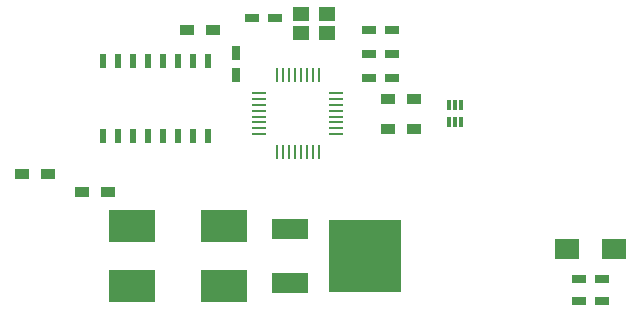
<source format=gbr>
G04 #@! TF.FileFunction,Paste,Top*
%FSLAX46Y46*%
G04 Gerber Fmt 4.6, Leading zero omitted, Abs format (unit mm)*
G04 Created by KiCad (PCBNEW 4.0.5+dfsg1-4) date Wed Jul 18 12:49:48 2018*
%MOMM*%
%LPD*%
G01*
G04 APERTURE LIST*
%ADD10C,0.100000*%
%ADD11R,1.400000X1.200000*%
%ADD12R,4.000500X2.700020*%
%ADD13R,0.750000X1.200000*%
%ADD14R,1.200000X0.750000*%
%ADD15R,2.000000X1.700000*%
%ADD16R,1.200000X0.900000*%
%ADD17R,3.048000X1.651000*%
%ADD18R,6.096000X6.096000*%
%ADD19R,0.300000X0.850000*%
%ADD20R,0.508000X1.143000*%
%ADD21R,1.200000X0.280000*%
%ADD22R,0.280000X1.200000*%
G04 APERTURE END LIST*
D10*
D11*
X163492000Y-94780000D03*
X165692000Y-94780000D03*
X165692000Y-93180000D03*
X163492000Y-93180000D03*
D12*
X149146260Y-111125000D03*
X156923740Y-111125000D03*
X149146260Y-116205000D03*
X156923740Y-116205000D03*
D13*
X157988000Y-98359000D03*
X157988000Y-96459000D03*
D14*
X169230000Y-96520000D03*
X171130000Y-96520000D03*
X161224000Y-93472000D03*
X159324000Y-93472000D03*
X169230000Y-98552000D03*
X171130000Y-98552000D03*
X171130000Y-94488000D03*
X169230000Y-94488000D03*
D15*
X185960000Y-113030000D03*
X189960000Y-113030000D03*
D16*
X142070000Y-106680000D03*
X139870000Y-106680000D03*
X147150000Y-108204000D03*
X144950000Y-108204000D03*
X156040000Y-94488000D03*
X153840000Y-94488000D03*
X173058000Y-102870000D03*
X170858000Y-102870000D03*
X173058000Y-100330000D03*
X170858000Y-100330000D03*
D17*
X162560000Y-111379000D03*
D18*
X168910000Y-113665000D03*
D17*
X162560000Y-115951000D03*
D19*
X176030000Y-100875000D03*
X176530000Y-100875000D03*
X177030000Y-100875000D03*
X177030000Y-102325000D03*
X176530000Y-102325000D03*
X176030000Y-102325000D03*
D14*
X188910000Y-117475000D03*
X187010000Y-117475000D03*
X188910000Y-115570000D03*
X187010000Y-115570000D03*
D20*
X155575000Y-103505000D03*
X153035000Y-103505000D03*
X151765000Y-103505000D03*
X150495000Y-103505000D03*
X149225000Y-103505000D03*
X147955000Y-103505000D03*
X146685000Y-103505000D03*
X146685000Y-97155000D03*
X147955000Y-97155000D03*
X149225000Y-97155000D03*
X150495000Y-97155000D03*
X151765000Y-97155000D03*
X153035000Y-97155000D03*
X154305000Y-97155000D03*
X155575000Y-97155000D03*
X154305000Y-103505000D03*
D21*
X159945000Y-99850000D03*
X159945000Y-100350000D03*
X159945000Y-100850000D03*
X159945000Y-101350000D03*
X159945000Y-101850000D03*
X159945000Y-102350000D03*
X159945000Y-102850000D03*
X159945000Y-103350000D03*
D22*
X161445000Y-104850000D03*
X161945000Y-104850000D03*
X162445000Y-104850000D03*
X162945000Y-104850000D03*
X163445000Y-104850000D03*
X163945000Y-104850000D03*
X164445000Y-104850000D03*
X164945000Y-104850000D03*
D21*
X166445000Y-103350000D03*
X166445000Y-102850000D03*
X166445000Y-102350000D03*
X166445000Y-101850000D03*
X166445000Y-101350000D03*
X166445000Y-100850000D03*
X166445000Y-100350000D03*
X166445000Y-99850000D03*
D22*
X164945000Y-98350000D03*
X164445000Y-98350000D03*
X163945000Y-98350000D03*
X163445000Y-98350000D03*
X162945000Y-98350000D03*
X162445000Y-98350000D03*
X161945000Y-98350000D03*
X161445000Y-98350000D03*
M02*

</source>
